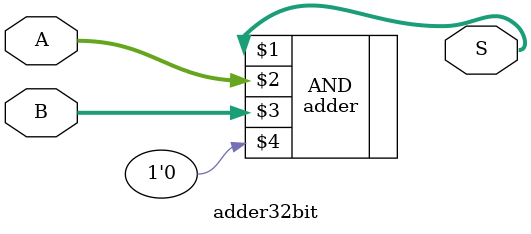
<source format=v>
module adder32bit(S,A,B);
	input [31:0] A,B;
	output [31:0] S;
	adder AND(S,A,B,1'b0);
endmodule 
</source>
